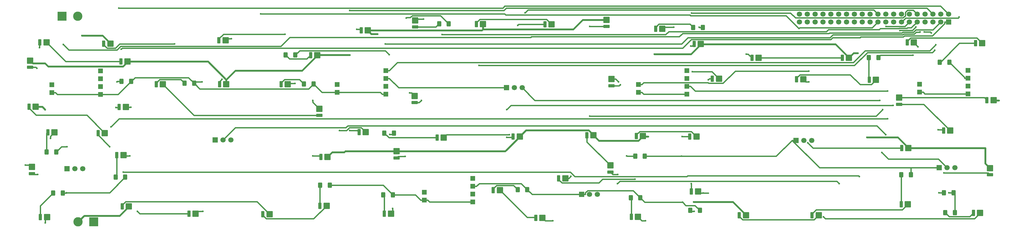
<source format=gbr>
%TF.GenerationSoftware,KiCad,Pcbnew,9.0.2*%
%TF.CreationDate,2025-07-16T22:13:36+02:00*%
%TF.ProjectId,fire,66697265-2e6b-4696-9361-645f70636258,rev?*%
%TF.SameCoordinates,Original*%
%TF.FileFunction,Copper,L1,Top*%
%TF.FilePolarity,Positive*%
%FSLAX46Y46*%
G04 Gerber Fmt 4.6, Leading zero omitted, Abs format (unit mm)*
G04 Created by KiCad (PCBNEW 9.0.2) date 2025-07-16 22:13:36*
%MOMM*%
%LPD*%
G01*
G04 APERTURE LIST*
G04 Aperture macros list*
%AMRoundRect*
0 Rectangle with rounded corners*
0 $1 Rounding radius*
0 $2 $3 $4 $5 $6 $7 $8 $9 X,Y pos of 4 corners*
0 Add a 4 corners polygon primitive as box body*
4,1,4,$2,$3,$4,$5,$6,$7,$8,$9,$2,$3,0*
0 Add four circle primitives for the rounded corners*
1,1,$1+$1,$2,$3*
1,1,$1+$1,$4,$5*
1,1,$1+$1,$6,$7*
1,1,$1+$1,$8,$9*
0 Add four rect primitives between the rounded corners*
20,1,$1+$1,$2,$3,$4,$5,0*
20,1,$1+$1,$4,$5,$6,$7,0*
20,1,$1+$1,$6,$7,$8,$9,0*
20,1,$1+$1,$8,$9,$2,$3,0*%
G04 Aperture macros list end*
%TA.AperFunction,ComponentPad*%
%ADD10R,3.000000X3.000000*%
%TD*%
%TA.AperFunction,ComponentPad*%
%ADD11C,3.000000*%
%TD*%
%TA.AperFunction,ComponentPad*%
%ADD12R,1.500000X1.500000*%
%TD*%
%TA.AperFunction,SMDPad,CuDef*%
%ADD13RoundRect,0.165000X-0.385000X-0.885000X0.385000X-0.885000X0.385000X0.885000X-0.385000X0.885000X0*%
%TD*%
%TA.AperFunction,SMDPad,CuDef*%
%ADD14RoundRect,0.315000X-0.735000X-0.735000X0.735000X-0.735000X0.735000X0.735000X-0.735000X0.735000X0*%
%TD*%
%TA.AperFunction,SMDPad,CuDef*%
%ADD15RoundRect,0.250000X-0.400000X-0.625000X0.400000X-0.625000X0.400000X0.625000X-0.400000X0.625000X0*%
%TD*%
%TA.AperFunction,SMDPad,CuDef*%
%ADD16RoundRect,0.165000X0.885000X-0.385000X0.885000X0.385000X-0.885000X0.385000X-0.885000X-0.385000X0*%
%TD*%
%TA.AperFunction,SMDPad,CuDef*%
%ADD17RoundRect,0.315000X0.735000X-0.735000X0.735000X0.735000X-0.735000X0.735000X-0.735000X-0.735000X0*%
%TD*%
%TA.AperFunction,ComponentPad*%
%ADD18R,1.700000X1.700000*%
%TD*%
%TA.AperFunction,ComponentPad*%
%ADD19C,1.700000*%
%TD*%
%TA.AperFunction,ViaPad*%
%ADD20C,0.600000*%
%TD*%
%TA.AperFunction,Conductor*%
%ADD21C,0.400000*%
%TD*%
%TA.AperFunction,Conductor*%
%ADD22C,0.600000*%
%TD*%
G04 APERTURE END LIST*
D10*
%TO.P,J9,1,Pin_1*%
%TO.N,GND*%
X77515000Y-178300000D03*
D11*
%TO.P,J9,2,Pin_2*%
%TO.N,+12V*%
X72435000Y-178300000D03*
%TD*%
D12*
%TO.P,KR4,1,+5V_TOP_LED*%
%TO.N,Net-(J2-Pin_10)*%
X269350000Y-129325000D03*
%TO.P,KR4,2,GND_TOP_LED*%
%TO.N,GND*%
X269350000Y-131865000D03*
%TO.P,KR4,3,+5V_BOTTOM_LED*%
%TO.N,Net-(J2-Pin_11)*%
X269350000Y-134405000D03*
%TO.P,KR4,4,GND_BOTTOM_LED*%
%TO.N,GND*%
X269350000Y-136945000D03*
%TO.P,KR4,5,SW_IN*%
%TO.N,Net-(J2-Pin_12)*%
X253650000Y-133825000D03*
%TO.P,KR4,6,SW_OUT*%
%TO.N,GND*%
X253650000Y-136365000D03*
%TD*%
D13*
%TO.P,D11,1,K*%
%TO.N,Net-(D11-K)*%
X108275000Y-175650000D03*
D14*
%TO.P,D11,2,A*%
%TO.N,Net-(D10-K)*%
X110425000Y-175650000D03*
%TD*%
D15*
%TO.P,R3,1*%
%TO.N,Net-(D9-K)*%
X64375000Y-168950000D03*
%TO.P,R3,2*%
%TO.N,GND*%
X67475000Y-168950000D03*
%TD*%
D16*
%TO.P,D36,1,K*%
%TO.N,Net-(D36-K)*%
X244575000Y-162175000D03*
D17*
%TO.P,D36,2,A*%
%TO.N,Net-(D35-K)*%
X244575000Y-160025000D03*
%TD*%
D13*
%TO.P,D29,1,K*%
%TO.N,Net-(D29-K)*%
X201250000Y-114275000D03*
D14*
%TO.P,D29,2,A*%
%TO.N,+12V*%
X203400000Y-114275000D03*
%TD*%
D15*
%TO.P,R5,1*%
%TO.N,Net-(D15-K)*%
X150725000Y-166450000D03*
%TO.P,R5,2*%
%TO.N,GND*%
X153825000Y-166450000D03*
%TD*%
D16*
%TO.P,D38,1,K*%
%TO.N,Net-(D38-K)*%
X243375000Y-115050000D03*
D17*
%TO.P,D38,2,A*%
%TO.N,+12V*%
X243375000Y-112900000D03*
%TD*%
D16*
%TO.P,D2,1,K*%
%TO.N,Net-(D2-K)*%
X57475000Y-162675000D03*
D17*
%TO.P,D2,2,A*%
%TO.N,Net-(D1-K)*%
X57475000Y-160525000D03*
%TD*%
D15*
%TO.P,R14,1*%
%TO.N,Net-(D40-K)*%
X251200000Y-170500000D03*
%TO.P,R14,2*%
%TO.N,GND*%
X254300000Y-170500000D03*
%TD*%
D13*
%TO.P,D20,1,K*%
%TO.N,Net-(D20-K)*%
X117985000Y-119500000D03*
D14*
%TO.P,D20,2,A*%
%TO.N,Net-(D19-K)*%
X120135000Y-119500000D03*
%TD*%
D13*
%TO.P,D31,1,K*%
%TO.N,Net-(D31-K)*%
X188525000Y-151050000D03*
D14*
%TO.P,D31,2,A*%
%TO.N,Net-(D30-K)*%
X190675000Y-151050000D03*
%TD*%
D13*
%TO.P,D51,1,K*%
%TO.N,Net-(D51-K)*%
X304825000Y-132150000D03*
D14*
%TO.P,D51,2,A*%
%TO.N,Net-(D50-K)*%
X306975000Y-132150000D03*
%TD*%
D13*
%TO.P,D55,1,K*%
%TO.N,Net-(D55-K)*%
X362025000Y-175450000D03*
D14*
%TO.P,D55,2,A*%
%TO.N,Net-(D54-K)*%
X364175000Y-175450000D03*
%TD*%
D13*
%TO.P,D25,1,K*%
%TO.N,Net-(D25-K)*%
X171500000Y-175650000D03*
D14*
%TO.P,D25,2,A*%
%TO.N,Net-(D24-K)*%
X173650000Y-175650000D03*
%TD*%
D13*
%TO.P,D53,1,K*%
%TO.N,Net-(D53-K)*%
X319625000Y-125225000D03*
D14*
%TO.P,D53,2,A*%
%TO.N,+12V*%
X321775000Y-125225000D03*
%TD*%
D13*
%TO.P,D35,1,K*%
%TO.N,Net-(D35-K)*%
X236975000Y-150300000D03*
D14*
%TO.P,D35,2,A*%
%TO.N,+12V*%
X239125000Y-150300000D03*
%TD*%
D13*
%TO.P,D19,1,K*%
%TO.N,Net-(D19-K)*%
X118210000Y-133750000D03*
D14*
%TO.P,D19,2,A*%
%TO.N,+12V*%
X120360000Y-133750000D03*
%TD*%
D18*
%TO.P,J4,1,Pin_1*%
%TO.N,GND*%
X116735000Y-151800000D03*
D19*
%TO.P,J4,2,Pin_2*%
%TO.N,Net-(J2-Pin_18)*%
X119275000Y-151800000D03*
%TO.P,J4,3,Pin_3*%
%TO.N,Net-(J2-Pin_19)*%
X121815000Y-151800000D03*
%TD*%
D18*
%TO.P,J3,1,Pin_1*%
%TO.N,GND*%
X68860000Y-161100000D03*
D19*
%TO.P,J3,2,Pin_2*%
%TO.N,Net-(J2-Pin_16)*%
X71400000Y-161100000D03*
%TO.P,J3,3,Pin_3*%
%TO.N,Net-(J2-Pin_17)*%
X73940000Y-161100000D03*
%TD*%
D16*
%TO.P,D26,1,K*%
%TO.N,Net-(D26-K)*%
X175450000Y-157600000D03*
D17*
%TO.P,D26,2,A*%
%TO.N,+12V*%
X175450000Y-155450000D03*
%TD*%
D13*
%TO.P,D23,1,K*%
%TO.N,Net-(D23-K)*%
X163975000Y-116350000D03*
D14*
%TO.P,D23,2,A*%
%TO.N,+12V*%
X166125000Y-116350000D03*
%TD*%
D13*
%TO.P,D57,1,K*%
%TO.N,Net-(D57-K)*%
X340625000Y-120225000D03*
D14*
%TO.P,D57,2,A*%
%TO.N,Net-(D56-K)*%
X342775000Y-120225000D03*
%TD*%
D13*
%TO.P,D8,1,K*%
%TO.N,Net-(D8-K)*%
X60075000Y-120175000D03*
D14*
%TO.P,D8,2,A*%
%TO.N,Net-(D7-K)*%
X62225000Y-120175000D03*
%TD*%
D16*
%TO.P,D1,1,K*%
%TO.N,Net-(D1-K)*%
X56925000Y-128275000D03*
D17*
%TO.P,D1,2,A*%
%TO.N,+12V*%
X56925000Y-126125000D03*
%TD*%
D13*
%TO.P,D15,1,K*%
%TO.N,Net-(D15-K)*%
X150650000Y-173125000D03*
D14*
%TO.P,D15,2,A*%
%TO.N,Net-(D14-K)*%
X152800000Y-173125000D03*
%TD*%
D15*
%TO.P,R10,1*%
%TO.N,Net-(D28-K)*%
X189200000Y-114200000D03*
%TO.P,R10,2*%
%TO.N,GND*%
X192300000Y-114200000D03*
%TD*%
D13*
%TO.P,D30,1,K*%
%TO.N,Net-(D30-K)*%
X223450000Y-114400000D03*
D14*
%TO.P,D30,2,A*%
%TO.N,Net-(D29-K)*%
X225600000Y-114400000D03*
%TD*%
D13*
%TO.P,D34,1,K*%
%TO.N,Net-(D34-K)*%
X206700000Y-168000000D03*
D14*
%TO.P,D34,2,A*%
%TO.N,Net-(D33-K)*%
X208850000Y-168000000D03*
%TD*%
D13*
%TO.P,D39,1,K*%
%TO.N,Net-(D39-K)*%
X227875000Y-164225000D03*
D14*
%TO.P,D39,2,A*%
%TO.N,Net-(D38-K)*%
X230025000Y-164225000D03*
%TD*%
D13*
%TO.P,D40,1,K*%
%TO.N,Net-(D40-K)*%
X251375000Y-176700000D03*
D14*
%TO.P,D40,2,A*%
%TO.N,Net-(D39-K)*%
X253525000Y-176700000D03*
%TD*%
D18*
%TO.P,J5,1,Pin_1*%
%TO.N,GND*%
X210985000Y-134875000D03*
D19*
%TO.P,J5,2,Pin_2*%
%TO.N,Net-(J2-Pin_20)*%
X213525000Y-134875000D03*
%TO.P,J5,3,Pin_3*%
%TO.N,Net-(J2-Pin_21)*%
X216065000Y-134875000D03*
%TD*%
D15*
%TO.P,R13,1*%
%TO.N,Net-(D37-K)*%
X252625000Y-157075000D03*
%TO.P,R13,2*%
%TO.N,GND*%
X255725000Y-157075000D03*
%TD*%
%TO.P,R20,1*%
%TO.N,Net-(D58-K)*%
X351150000Y-126625000D03*
%TO.P,R20,2*%
%TO.N,GND*%
X354250000Y-126625000D03*
%TD*%
%TO.P,R15,1*%
%TO.N,Net-(D43-K)*%
X271400000Y-115375000D03*
%TO.P,R15,2*%
%TO.N,GND*%
X274500000Y-115375000D03*
%TD*%
D13*
%TO.P,D49,1,K*%
%TO.N,Net-(D49-K)*%
X338675000Y-172600000D03*
D14*
%TO.P,D49,2,A*%
%TO.N,Net-(D48-K)*%
X340825000Y-172600000D03*
%TD*%
D13*
%TO.P,D48,1,K*%
%TO.N,Net-(D48-K)*%
X309825000Y-176150000D03*
D14*
%TO.P,D48,2,A*%
%TO.N,Net-(D47-K)*%
X311975000Y-176150000D03*
%TD*%
D13*
%TO.P,D52,1,K*%
%TO.N,Net-(D52-K)*%
X328350000Y-132350000D03*
D14*
%TO.P,D52,2,A*%
%TO.N,Net-(D51-K)*%
X330500000Y-132350000D03*
%TD*%
D15*
%TO.P,R9,1*%
%TO.N,Net-(D25-K)*%
X171150000Y-169550000D03*
%TO.P,R9,2*%
%TO.N,GND*%
X174250000Y-169550000D03*
%TD*%
D16*
%TO.P,D56,1,K*%
%TO.N,Net-(D56-K)*%
X367375000Y-163075000D03*
D17*
%TO.P,D56,2,A*%
%TO.N,+12V*%
X367375000Y-160925000D03*
%TD*%
D13*
%TO.P,D16,1,K*%
%TO.N,Net-(D16-K)*%
X150975000Y-157275000D03*
D14*
%TO.P,D16,2,A*%
%TO.N,+12V*%
X153125000Y-157275000D03*
%TD*%
D13*
%TO.P,D42,1,K*%
%TO.N,Net-(D42-K)*%
X270275000Y-150700000D03*
D14*
%TO.P,D42,2,A*%
%TO.N,Net-(D41-K)*%
X272425000Y-150700000D03*
%TD*%
D12*
%TO.P,KR1,1,+5V_TOP_LED*%
%TO.N,Net-(J2-Pin_1)*%
X79650000Y-129425000D03*
%TO.P,KR1,2,GND_TOP_LED*%
%TO.N,GND*%
X79650000Y-131965000D03*
%TO.P,KR1,3,+5V_BOTTOM_LED*%
%TO.N,Net-(J2-Pin_2)*%
X79650000Y-134505000D03*
%TO.P,KR1,4,GND_BOTTOM_LED*%
%TO.N,GND*%
X79650000Y-137045000D03*
%TO.P,KR1,5,SW_IN*%
%TO.N,Net-(J2-Pin_3)*%
X63950000Y-133925000D03*
%TO.P,KR1,6,SW_OUT*%
%TO.N,GND*%
X63950000Y-136465000D03*
%TD*%
D15*
%TO.P,R4,1*%
%TO.N,Net-(D12-K)*%
X84575000Y-163850000D03*
%TO.P,R4,2*%
%TO.N,GND*%
X87675000Y-163850000D03*
%TD*%
D13*
%TO.P,D7,1,K*%
%TO.N,Net-(D7-K)*%
X86285000Y-126400000D03*
D14*
%TO.P,D7,2,A*%
%TO.N,+12V*%
X88435000Y-126400000D03*
%TD*%
D16*
%TO.P,D27,1,K*%
%TO.N,Net-(D27-K)*%
X181300000Y-139700000D03*
D17*
%TO.P,D27,2,A*%
%TO.N,Net-(D26-K)*%
X181300000Y-137550000D03*
%TD*%
D13*
%TO.P,D6,1,K*%
%TO.N,Net-(D6-K)*%
X85710000Y-141125000D03*
D14*
%TO.P,D6,2,A*%
%TO.N,Net-(D5-K)*%
X87860000Y-141125000D03*
%TD*%
D13*
%TO.P,D21,1,K*%
%TO.N,Net-(D21-K)*%
X138085000Y-133750000D03*
D14*
%TO.P,D21,2,A*%
%TO.N,Net-(D20-K)*%
X140235000Y-133750000D03*
%TD*%
D15*
%TO.P,R7,1*%
%TO.N,Net-(D21-K)*%
X145500000Y-133675000D03*
%TO.P,R7,2*%
%TO.N,GND*%
X148600000Y-133675000D03*
%TD*%
D13*
%TO.P,D43,1,K*%
%TO.N,Net-(D43-K)*%
X259225000Y-115775000D03*
D14*
%TO.P,D43,2,A*%
%TO.N,Net-(D42-K)*%
X261375000Y-115775000D03*
%TD*%
D13*
%TO.P,D58,1,K*%
%TO.N,Net-(D58-K)*%
X362725000Y-120475000D03*
D14*
%TO.P,D58,2,A*%
%TO.N,Net-(D57-K)*%
X364875000Y-120475000D03*
%TD*%
D13*
%TO.P,D54,1,K*%
%TO.N,Net-(D54-K)*%
X290400000Y-125225000D03*
D14*
%TO.P,D54,2,A*%
%TO.N,Net-(D53-K)*%
X292550000Y-125225000D03*
%TD*%
D12*
%TO.P,KR5,1,+5V_TOP_LED*%
%TO.N,Net-(J2-Pin_13)*%
X360300000Y-129255000D03*
%TO.P,KR5,2,GND_TOP_LED*%
%TO.N,GND*%
X360300000Y-131795000D03*
%TO.P,KR5,3,+5V_BOTTOM_LED*%
%TO.N,Net-(J2-Pin_14)*%
X360300000Y-134335000D03*
%TO.P,KR5,4,GND_BOTTOM_LED*%
%TO.N,GND*%
X360300000Y-136875000D03*
%TO.P,KR5,5,SW_IN*%
%TO.N,Net-(J2-Pin_15)*%
X344600000Y-133755000D03*
%TO.P,KR5,6,SW_OUT*%
%TO.N,GND*%
X344600000Y-136295000D03*
%TD*%
D13*
%TO.P,D12,1,K*%
%TO.N,Net-(D12-K)*%
X84950000Y-156725000D03*
D14*
%TO.P,D12,2,A*%
%TO.N,Net-(D11-K)*%
X87100000Y-156725000D03*
%TD*%
D18*
%TO.P,J6,1,Pin_1*%
%TO.N,GND*%
X235260000Y-169425000D03*
D19*
%TO.P,J6,2,Pin_2*%
%TO.N,Net-(J2-Pin_22)*%
X237800000Y-169425000D03*
%TO.P,J6,3,Pin_3*%
%TO.N,Net-(J2-Pin_23)*%
X240340000Y-169425000D03*
%TD*%
D18*
%TO.P,J7,1,Pin_1*%
%TO.N,GND*%
X304635000Y-151925000D03*
D19*
%TO.P,J7,2,Pin_2*%
%TO.N,Net-(J2-Pin_24)*%
X307175000Y-151925000D03*
%TO.P,J7,3,Pin_3*%
%TO.N,Net-(J2-Pin_25)*%
X309715000Y-151925000D03*
%TD*%
D15*
%TO.P,R12,1*%
%TO.N,Net-(D34-K)*%
X214625000Y-167875000D03*
%TO.P,R12,2*%
%TO.N,GND*%
X217725000Y-167875000D03*
%TD*%
%TO.P,R2,1*%
%TO.N,Net-(D6-K)*%
X86475000Y-132850000D03*
%TO.P,R2,2*%
%TO.N,GND*%
X89575000Y-132850000D03*
%TD*%
D16*
%TO.P,D60,1,K*%
%TO.N,Net-(D60-K)*%
X337975000Y-140250000D03*
D17*
%TO.P,D60,2,A*%
%TO.N,Net-(D59-K)*%
X337975000Y-138100000D03*
%TD*%
D13*
%TO.P,D32,1,K*%
%TO.N,Net-(D32-K)*%
X213125000Y-150650000D03*
D14*
%TO.P,D32,2,A*%
%TO.N,+12V*%
X215275000Y-150650000D03*
%TD*%
D13*
%TO.P,D50,1,K*%
%TO.N,Net-(D50-K)*%
X338850000Y-154425000D03*
D14*
%TO.P,D50,2,A*%
%TO.N,+12V*%
X341000000Y-154425000D03*
%TD*%
D13*
%TO.P,D47,1,K*%
%TO.N,Net-(D47-K)*%
X286300000Y-176150000D03*
D14*
%TO.P,D47,2,A*%
%TO.N,+12V*%
X288450000Y-176150000D03*
%TD*%
D13*
%TO.P,D5,1,K*%
%TO.N,Net-(D5-K)*%
X78925000Y-149575000D03*
D14*
%TO.P,D5,2,A*%
%TO.N,Net-(D4-K)*%
X81075000Y-149575000D03*
%TD*%
D13*
%TO.P,D4,1,K*%
%TO.N,Net-(D4-K)*%
X56560000Y-141075000D03*
D14*
%TO.P,D4,2,A*%
%TO.N,+12V*%
X58710000Y-141075000D03*
%TD*%
D15*
%TO.P,R8,1*%
%TO.N,Net-(D22-K)*%
X139550000Y-124300000D03*
%TO.P,R8,2*%
%TO.N,GND*%
X142650000Y-124300000D03*
%TD*%
D12*
%TO.P,KR2,1,+5V_TOP_LED*%
%TO.N,Net-(J2-Pin_4)*%
X171925000Y-129325000D03*
%TO.P,KR2,2,GND_TOP_LED*%
%TO.N,GND*%
X171925000Y-131865000D03*
%TO.P,KR2,3,+5V_BOTTOM_LED*%
%TO.N,Net-(J2-Pin_5)*%
X171925000Y-134405000D03*
%TO.P,KR2,4,GND_BOTTOM_LED*%
%TO.N,GND*%
X171925000Y-136945000D03*
%TO.P,KR2,5,SW_IN*%
%TO.N,Net-(J2-Pin_6)*%
X156225000Y-133825000D03*
%TO.P,KR2,6,SW_OUT*%
%TO.N,GND*%
X156225000Y-136365000D03*
%TD*%
D18*
%TO.P,J8,1,Pin_1*%
%TO.N,GND*%
X350960000Y-160800000D03*
D19*
%TO.P,J8,2,Pin_2*%
%TO.N,Net-(J2-Pin_26)*%
X353500000Y-160800000D03*
%TO.P,J8,3,Pin_3*%
%TO.N,Net-(J2-Pin_27)*%
X356040000Y-160800000D03*
%TD*%
D15*
%TO.P,R11,1*%
%TO.N,Net-(D31-K)*%
X171500000Y-149600000D03*
%TO.P,R11,2*%
%TO.N,GND*%
X174600000Y-149600000D03*
%TD*%
D16*
%TO.P,D37,1,K*%
%TO.N,Net-(D37-K)*%
X244950000Y-134250000D03*
D17*
%TO.P,D37,2,A*%
%TO.N,Net-(D36-K)*%
X244950000Y-132100000D03*
%TD*%
D15*
%TO.P,R21,1*%
%TO.N,Net-(D61-K)*%
X352500000Y-168900000D03*
%TO.P,R21,2*%
%TO.N,GND*%
X355600000Y-168900000D03*
%TD*%
%TO.P,R16,1*%
%TO.N,Net-(D46-K)*%
X270450000Y-174600000D03*
%TO.P,R16,2*%
%TO.N,GND*%
X273550000Y-174600000D03*
%TD*%
%TO.P,R19,1*%
%TO.N,Net-(D55-K)*%
X352925000Y-175300000D03*
%TO.P,R19,2*%
%TO.N,GND*%
X356025000Y-175300000D03*
%TD*%
D13*
%TO.P,D9,1,K*%
%TO.N,Net-(D9-K)*%
X60235000Y-176775000D03*
D14*
%TO.P,D9,2,A*%
%TO.N,Net-(D8-K)*%
X62385000Y-176775000D03*
%TD*%
D13*
%TO.P,D3,1,K*%
%TO.N,Net-(D3-K)*%
X62635000Y-149300000D03*
D14*
%TO.P,D3,2,A*%
%TO.N,Net-(D2-K)*%
X64785000Y-149300000D03*
%TD*%
D13*
%TO.P,D46,1,K*%
%TO.N,Net-(D46-K)*%
X270800000Y-168500000D03*
D14*
%TO.P,D46,2,A*%
%TO.N,Net-(D45-K)*%
X272950000Y-168500000D03*
%TD*%
D13*
%TO.P,D18,1,K*%
%TO.N,Net-(D18-K)*%
X97675000Y-133750000D03*
D14*
%TO.P,D18,2,A*%
%TO.N,Net-(D17-K)*%
X99825000Y-133750000D03*
%TD*%
D13*
%TO.P,D44,1,K*%
%TO.N,Net-(D44-K)*%
X271700000Y-120750000D03*
D14*
%TO.P,D44,2,A*%
%TO.N,+12V*%
X273850000Y-120750000D03*
%TD*%
D13*
%TO.P,D10,1,K*%
%TO.N,Net-(D10-K)*%
X80735000Y-120600000D03*
D14*
%TO.P,D10,2,A*%
%TO.N,+12V*%
X82885000Y-120600000D03*
%TD*%
D16*
%TO.P,D28,1,K*%
%TO.N,Net-(D28-K)*%
X181475000Y-115225000D03*
D17*
%TO.P,D28,2,A*%
%TO.N,Net-(D27-K)*%
X181475000Y-113075000D03*
%TD*%
D13*
%TO.P,D33,1,K*%
%TO.N,Net-(D33-K)*%
X220485000Y-177025000D03*
D14*
%TO.P,D33,2,A*%
%TO.N,Net-(D32-K)*%
X222635000Y-177025000D03*
%TD*%
D13*
%TO.P,D41,1,K*%
%TO.N,Net-(D41-K)*%
X253000000Y-150500000D03*
D14*
%TO.P,D41,2,A*%
%TO.N,+12V*%
X255150000Y-150500000D03*
%TD*%
D12*
%TO.P,KR3,1,+5V_TOP_LED*%
%TO.N,Net-(J2-Pin_7)*%
X200100000Y-164250000D03*
%TO.P,KR3,2,GND_TOP_LED*%
%TO.N,GND*%
X200100000Y-166790000D03*
%TO.P,KR3,3,+5V_BOTTOM_LED*%
%TO.N,Net-(J2-Pin_8)*%
X200100000Y-169330000D03*
%TO.P,KR3,4,GND_BOTTOM_LED*%
%TO.N,GND*%
X200100000Y-171870000D03*
%TO.P,KR3,5,SW_IN*%
%TO.N,Net-(J2-Pin_9)*%
X184400000Y-168750000D03*
%TO.P,KR3,6,SW_OUT*%
%TO.N,GND*%
X184400000Y-171290000D03*
%TD*%
D15*
%TO.P,R17,1*%
%TO.N,Net-(D49-K)*%
X338675000Y-163025000D03*
%TO.P,R17,2*%
%TO.N,GND*%
X341775000Y-163025000D03*
%TD*%
%TO.P,R18,1*%
%TO.N,Net-(D52-K)*%
X328175000Y-125075000D03*
%TO.P,R18,2*%
%TO.N,GND*%
X331275000Y-125075000D03*
%TD*%
D13*
%TO.P,D24,1,K*%
%TO.N,Net-(D24-K)*%
X163325000Y-149275000D03*
D14*
%TO.P,D24,2,A*%
%TO.N,Net-(D23-K)*%
X165475000Y-149275000D03*
%TD*%
D13*
%TO.P,D22,1,K*%
%TO.N,Net-(D22-K)*%
X147650000Y-124350000D03*
D14*
%TO.P,D22,2,A*%
%TO.N,+12V*%
X149800000Y-124350000D03*
%TD*%
D16*
%TO.P,D17,1,K*%
%TO.N,Net-(D17-K)*%
X150500000Y-143850000D03*
D17*
%TO.P,D17,2,A*%
%TO.N,Net-(D16-K)*%
X150500000Y-141700000D03*
%TD*%
D15*
%TO.P,R1,1*%
%TO.N,Net-(D3-K)*%
X62250000Y-155650000D03*
%TO.P,R1,2*%
%TO.N,GND*%
X65350000Y-155650000D03*
%TD*%
%TO.P,R6,1*%
%TO.N,Net-(D18-K)*%
X106900000Y-133450000D03*
%TO.P,R6,2*%
%TO.N,GND*%
X110000000Y-133450000D03*
%TD*%
D13*
%TO.P,D14,1,K*%
%TO.N,Net-(D14-K)*%
X132200000Y-175825000D03*
D14*
%TO.P,D14,2,A*%
%TO.N,Net-(D13-K)*%
X134350000Y-175825000D03*
%TD*%
D13*
%TO.P,D13,1,K*%
%TO.N,Net-(D13-K)*%
X86675000Y-173275000D03*
D14*
%TO.P,D13,2,A*%
%TO.N,+12V*%
X88825000Y-173275000D03*
%TD*%
D13*
%TO.P,D61,1,K*%
%TO.N,Net-(D61-K)*%
X352350000Y-148775000D03*
D14*
%TO.P,D61,2,A*%
%TO.N,Net-(D60-K)*%
X354500000Y-148775000D03*
%TD*%
D13*
%TO.P,D59,1,K*%
%TO.N,Net-(D59-K)*%
X366385000Y-138875000D03*
D14*
%TO.P,D59,2,A*%
%TO.N,+12V*%
X368535000Y-138875000D03*
%TD*%
D13*
%TO.P,D45,1,K*%
%TO.N,Net-(D45-K)*%
X277575000Y-131975000D03*
D14*
%TO.P,D45,2,A*%
%TO.N,Net-(D44-K)*%
X279725000Y-131975000D03*
%TD*%
D10*
%TO.P,J1,1,Pin_1*%
%TO.N,GND*%
X67235000Y-111700000D03*
D11*
%TO.P,J1,2,Pin_2*%
%TO.N,+12V*%
X72315000Y-111700000D03*
%TD*%
D18*
%TO.P,J2,1,Pin_1*%
%TO.N,Net-(J2-Pin_1)*%
X353970000Y-113575000D03*
D19*
%TO.P,J2,2,Pin_2*%
%TO.N,Net-(J2-Pin_2)*%
X353970000Y-111035000D03*
%TO.P,J2,3,Pin_3*%
%TO.N,Net-(J2-Pin_3)*%
X351430000Y-113575000D03*
%TO.P,J2,4,Pin_4*%
%TO.N,Net-(J2-Pin_4)*%
X351430000Y-111035000D03*
%TO.P,J2,5,Pin_5*%
%TO.N,Net-(J2-Pin_5)*%
X348890000Y-113575000D03*
%TO.P,J2,6,Pin_6*%
%TO.N,Net-(J2-Pin_6)*%
X348890000Y-111035000D03*
%TO.P,J2,7,Pin_7*%
%TO.N,Net-(J2-Pin_7)*%
X346350000Y-113575000D03*
%TO.P,J2,8,Pin_8*%
%TO.N,Net-(J2-Pin_8)*%
X346350000Y-111035000D03*
%TO.P,J2,9,Pin_9*%
%TO.N,Net-(J2-Pin_9)*%
X343810000Y-113575000D03*
%TO.P,J2,10,Pin_10*%
%TO.N,Net-(J2-Pin_10)*%
X343810000Y-111035000D03*
%TO.P,J2,11,Pin_11*%
%TO.N,Net-(J2-Pin_11)*%
X341270000Y-113575000D03*
%TO.P,J2,12,Pin_12*%
%TO.N,Net-(J2-Pin_12)*%
X341270000Y-111035000D03*
%TO.P,J2,13,Pin_13*%
%TO.N,Net-(J2-Pin_13)*%
X338730000Y-113575000D03*
%TO.P,J2,14,Pin_14*%
%TO.N,Net-(J2-Pin_14)*%
X338730000Y-111035000D03*
%TO.P,J2,15,Pin_15*%
%TO.N,Net-(J2-Pin_15)*%
X336190000Y-113575000D03*
%TO.P,J2,16,Pin_16*%
%TO.N,Net-(J2-Pin_16)*%
X336190000Y-111035000D03*
%TO.P,J2,17,Pin_17*%
%TO.N,Net-(J2-Pin_17)*%
X333650000Y-113575000D03*
%TO.P,J2,18,Pin_18*%
%TO.N,Net-(J2-Pin_18)*%
X333650000Y-111035000D03*
%TO.P,J2,19,Pin_19*%
%TO.N,Net-(J2-Pin_19)*%
X331110000Y-113575000D03*
%TO.P,J2,20,Pin_20*%
%TO.N,Net-(J2-Pin_20)*%
X331110000Y-111035000D03*
%TO.P,J2,21,Pin_21*%
%TO.N,Net-(J2-Pin_21)*%
X328570000Y-113575000D03*
%TO.P,J2,22,Pin_22*%
%TO.N,Net-(J2-Pin_22)*%
X328570000Y-111035000D03*
%TO.P,J2,23,Pin_23*%
%TO.N,Net-(J2-Pin_23)*%
X326030000Y-113575000D03*
%TO.P,J2,24,Pin_24*%
%TO.N,Net-(J2-Pin_24)*%
X326030000Y-111035000D03*
%TO.P,J2,25,Pin_25*%
%TO.N,Net-(J2-Pin_25)*%
X323490000Y-113575000D03*
%TO.P,J2,26,Pin_26*%
%TO.N,Net-(J2-Pin_26)*%
X323490000Y-111035000D03*
%TO.P,J2,27,Pin_27*%
%TO.N,Net-(J2-Pin_27)*%
X320950000Y-113575000D03*
%TO.P,J2,28,Pin_28*%
%TO.N,unconnected-(J2-Pin_28-Pad28)*%
X320950000Y-111035000D03*
%TO.P,J2,29,Pin_29*%
%TO.N,unconnected-(J2-Pin_29-Pad29)*%
X318410000Y-113575000D03*
%TO.P,J2,30,Pin_30*%
%TO.N,unconnected-(J2-Pin_30-Pad30)*%
X318410000Y-111035000D03*
%TO.P,J2,31,Pin_31*%
%TO.N,unconnected-(J2-Pin_31-Pad31)*%
X315870000Y-113575000D03*
%TO.P,J2,32,Pin_32*%
%TO.N,unconnected-(J2-Pin_32-Pad32)*%
X315870000Y-111035000D03*
%TO.P,J2,33,Pin_33*%
%TO.N,unconnected-(J2-Pin_33-Pad33)*%
X313330000Y-113575000D03*
%TO.P,J2,34,Pin_34*%
%TO.N,unconnected-(J2-Pin_34-Pad34)*%
X313330000Y-111035000D03*
%TO.P,J2,35,Pin_35*%
%TO.N,unconnected-(J2-Pin_35-Pad35)*%
X310790000Y-113575000D03*
%TO.P,J2,36,Pin_36*%
%TO.N,unconnected-(J2-Pin_36-Pad36)*%
X310790000Y-111035000D03*
%TO.P,J2,37,Pin_37*%
%TO.N,unconnected-(J2-Pin_37-Pad37)*%
X308250000Y-113575000D03*
%TO.P,J2,38,Pin_38*%
%TO.N,unconnected-(J2-Pin_38-Pad38)*%
X308250000Y-111035000D03*
%TO.P,J2,39,Pin_39*%
%TO.N,unconnected-(J2-Pin_39-Pad39)*%
X305710000Y-113575000D03*
%TO.P,J2,40,Pin_40*%
%TO.N,unconnected-(J2-Pin_40-Pad40)*%
X305710000Y-111035000D03*
%TD*%
D20*
%TO.N,Net-(D61-K)*%
X350637300Y-148457900D03*
X350894500Y-168922500D03*
%TO.N,Net-(D56-K)*%
X344100800Y-121605900D03*
X352507800Y-162445600D03*
%TO.N,Net-(D54-K)*%
X288539100Y-123997500D03*
X313564700Y-176709600D03*
%TO.N,Net-(D50-K)*%
X308409000Y-152690900D03*
X308822700Y-132982500D03*
%TO.N,Net-(D46-K)*%
X270800400Y-165927500D03*
X271670900Y-174938900D03*
%TO.N,Net-(D45-K)*%
X274640600Y-168974900D03*
X276316800Y-132305700D03*
%TO.N,Net-(D44-K)*%
X271121200Y-129726900D03*
X270585500Y-121412500D03*
%TO.N,Net-(D42-K)*%
X267814000Y-150719200D03*
X265090900Y-115275800D03*
%TO.N,Net-(D39-K)*%
X252541200Y-164479000D03*
X255968900Y-177907500D03*
%TO.N,Net-(D38-K)*%
X231816500Y-163589300D03*
X237950000Y-115012500D03*
%TO.N,Net-(D37-K)*%
X249895600Y-156942500D03*
X247808200Y-133881200D03*
%TO.N,Net-(D36-K)*%
X247201800Y-132982500D03*
X247014000Y-162932500D03*
%TO.N,Net-(D32-K)*%
X211072400Y-150952500D03*
X226004400Y-177907500D03*
%TO.N,Net-(D30-K)*%
X211893700Y-150091200D03*
X214616500Y-114716800D03*
%TO.N,Net-(D27-K)*%
X183450800Y-138972500D03*
X184194800Y-112652700D03*
%TO.N,Net-(D26-K)*%
X179689600Y-136575900D03*
X178222000Y-157095000D03*
%TO.N,Net-(D24-K)*%
X174125800Y-174006900D03*
X160303600Y-148730100D03*
%TO.N,Net-(D23-K)*%
X162610600Y-115954800D03*
X157006700Y-148730100D03*
%TO.N,Net-(D20-K)*%
X139398800Y-117569400D03*
X142582300Y-133461300D03*
%TO.N,Net-(D19-K)*%
X118998300Y-132128600D03*
X122042900Y-119035900D03*
%TO.N,Net-(D16-K)*%
X148358000Y-138972500D03*
X148358000Y-156942500D03*
%TO.N,Net-(D11-K)*%
X91616400Y-174912500D03*
X89137200Y-156942500D03*
%TO.N,Net-(D10-K)*%
X103613400Y-120750400D03*
X112745300Y-174912500D03*
%TO.N,Net-(D8-K)*%
X59940300Y-121862800D03*
X61840300Y-178615600D03*
%TO.N,Net-(D6-K)*%
X84987200Y-132982500D03*
X84654900Y-141322800D03*
%TO.N,Net-(D5-K)*%
X82657200Y-153947500D03*
X89517200Y-141227100D03*
%TO.N,Net-(D2-K)*%
X63497800Y-151312700D03*
X59392400Y-163003100D03*
%TO.N,Net-(D1-K)*%
X59108900Y-128617800D03*
X55355100Y-159937500D03*
%TO.N,Net-(J2-Pin_16)*%
X87080400Y-162221700D03*
X325111600Y-163647900D03*
%TO.N,Net-(J2-Pin_8)*%
X211072400Y-141967500D03*
X336058100Y-140635300D03*
X338231800Y-116360100D03*
X343416500Y-115237900D03*
%TO.N,Net-(J2-Pin_4)*%
X349821000Y-121001400D03*
%TO.N,Net-(J2-Pin_13)*%
X357406000Y-112017500D03*
%TO.N,Net-(J2-Pin_11)*%
X333799400Y-115003600D03*
X334290100Y-135977500D03*
%TO.N,Net-(J2-Pin_22)*%
X237950000Y-144113700D03*
X332685900Y-141967500D03*
%TO.N,Net-(J2-Pin_7)*%
X346139900Y-116826800D03*
X348378700Y-117122300D03*
X349499800Y-122715500D03*
X202113200Y-127691100D03*
%TO.N,Net-(J2-Pin_18)*%
X333660200Y-150053700D03*
%TO.N,Net-(J2-Pin_1)*%
X86361000Y-122377700D03*
%TO.N,Net-(J2-Pin_20)*%
X217045200Y-110640800D03*
%TO.N,Net-(J2-Pin_2)*%
X85643600Y-109077500D03*
%TO.N,Net-(J2-Pin_23)*%
X246909200Y-165936500D03*
X318582800Y-165927500D03*
%TO.N,Net-(J2-Pin_26)*%
X332400400Y-155823800D03*
%TO.N,Net-(J2-Pin_21)*%
X331763100Y-138972500D03*
%TO.N,Net-(J2-Pin_9)*%
X190167600Y-117689100D03*
%TO.N,Net-(J2-Pin_12)*%
X308822700Y-129479800D03*
%TO.N,Net-(J2-Pin_3)*%
X67673800Y-120861600D03*
%TO.N,Net-(J2-Pin_10)*%
X270889300Y-110742300D03*
%TO.N,Net-(J2-Pin_6)*%
X160303600Y-109898700D03*
%TO.N,Net-(J2-Pin_5)*%
X344782900Y-116826800D03*
X171816400Y-120679400D03*
%TO.N,Net-(J2-Pin_17)*%
X83066300Y-147563900D03*
X334290100Y-144962500D03*
%TO.N,Net-(J2-Pin_19)*%
X131504000Y-110961700D03*
%TO.N,+12V*%
X73698000Y-118007500D03*
X61752400Y-141967500D03*
X61752400Y-126992500D03*
X256781400Y-150719200D03*
X365887700Y-154425000D03*
X370215500Y-138972500D03*
X271558800Y-171830500D03*
X327542000Y-150952500D03*
X324580800Y-123708900D03*
X160303600Y-124284000D03*
X158489300Y-155770400D03*
X72972400Y-127996600D03*
X169262800Y-117462400D03*
X258854800Y-123997500D03*
%TO.N,GND*%
X354050000Y-168922500D03*
X267681500Y-157075000D03*
X112521200Y-132982500D03*
X178568600Y-112306100D03*
X173246200Y-150011100D03*
X68860000Y-153947500D03*
X267937500Y-171917500D03*
X68672200Y-168922500D03*
X173076700Y-124171500D03*
X342474000Y-124342700D03*
X273338200Y-115286000D03*
%TD*%
D21*
%TO.N,Net-(D61-K)*%
X352032900Y-148457900D02*
X352350000Y-148775000D01*
X350637300Y-148457900D02*
X352032900Y-148457900D01*
X352477500Y-168922500D02*
X352500000Y-168900000D01*
X350894500Y-168922500D02*
X352477500Y-168922500D01*
%TO.N,Net-(D60-K)*%
X345975000Y-140250000D02*
X337975000Y-140250000D01*
X354500000Y-148775000D02*
X345975000Y-140250000D01*
%TO.N,Net-(D59-K)*%
X365610000Y-138100000D02*
X366385000Y-138875000D01*
X337975000Y-138100000D02*
X365610000Y-138100000D01*
%TO.N,Net-(D58-K)*%
X357493100Y-120475000D02*
X362725000Y-120475000D01*
X351343100Y-126625000D02*
X357493100Y-120475000D01*
X351150000Y-126625000D02*
X351343100Y-126625000D01*
%TO.N,Net-(D57-K)*%
X363149500Y-118749500D02*
X364875000Y-120475000D01*
X341753800Y-118749500D02*
X363149500Y-118749500D01*
X340625000Y-119878300D02*
X341753800Y-118749500D01*
X340625000Y-120225000D02*
X340625000Y-119878300D01*
%TO.N,Net-(D56-K)*%
X366745600Y-162445600D02*
X367375000Y-163075000D01*
X352507800Y-162445600D02*
X366745600Y-162445600D01*
X342775000Y-120280100D02*
X342775000Y-120225000D01*
X344100800Y-121605900D02*
X342775000Y-120280100D01*
%TO.N,Net-(D55-K)*%
X354207100Y-176582100D02*
X352925000Y-175300000D01*
X360892900Y-176582100D02*
X354207100Y-176582100D01*
X362025000Y-175450000D02*
X360892900Y-176582100D01*
%TO.N,Net-(D54-K)*%
X362391700Y-177233300D02*
X364175000Y-175450000D01*
X314088400Y-177233300D02*
X362391700Y-177233300D01*
X313564700Y-176709600D02*
X314088400Y-177233300D01*
X289172500Y-123997500D02*
X290400000Y-125225000D01*
X288539100Y-123997500D02*
X289172500Y-123997500D01*
%TO.N,Net-(D53-K)*%
X292550000Y-125225000D02*
X319625000Y-125225000D01*
%TO.N,Net-(D52-K)*%
X328175000Y-132175000D02*
X328175000Y-125075000D01*
X328350000Y-132350000D02*
X328175000Y-132175000D01*
%TO.N,Net-(D51-K)*%
X328984400Y-133865600D02*
X330500000Y-132350000D01*
X325346900Y-133865600D02*
X328984400Y-133865600D01*
X322151000Y-130669700D02*
X325346900Y-133865600D01*
X305905100Y-130669700D02*
X322151000Y-130669700D01*
X304825000Y-131749800D02*
X305905100Y-130669700D01*
X304825000Y-132150000D02*
X304825000Y-131749800D01*
%TO.N,Net-(D50-K)*%
X310143100Y-154425000D02*
X308409000Y-152690900D01*
X338850000Y-154425000D02*
X310143100Y-154425000D01*
X307807500Y-132982500D02*
X306975000Y-132150000D01*
X308822700Y-132982500D02*
X307807500Y-132982500D01*
%TO.N,Net-(D49-K)*%
X338675000Y-163025000D02*
X338675000Y-172600000D01*
%TO.N,Net-(D48-K)*%
X339032300Y-174392700D02*
X340825000Y-172600000D01*
X311177100Y-174392700D02*
X339032300Y-174392700D01*
X309825000Y-175744800D02*
X311177100Y-174392700D01*
X309825000Y-176150000D02*
X309825000Y-175744800D01*
%TO.N,Net-(D47-K)*%
X286300000Y-176535200D02*
X286300000Y-176150000D01*
X287394900Y-177630100D02*
X286300000Y-176535200D01*
X310494900Y-177630100D02*
X287394900Y-177630100D01*
X311975000Y-176150000D02*
X310494900Y-177630100D01*
%TO.N,Net-(D46-K)*%
X270800400Y-168499600D02*
X270800400Y-165927500D01*
X270800000Y-168500000D02*
X270800400Y-168499600D01*
X270788900Y-174938900D02*
X270450000Y-174600000D01*
X271670900Y-174938900D02*
X270788900Y-174938900D01*
%TO.N,Net-(D45-K)*%
X273424900Y-168974900D02*
X272950000Y-168500000D01*
X274640600Y-168974900D02*
X273424900Y-168974900D01*
X276647500Y-131975000D02*
X276316800Y-132305700D01*
X277575000Y-131975000D02*
X276647500Y-131975000D01*
X276316800Y-132305700D02*
X276482200Y-132140300D01*
X276482200Y-132140300D02*
X276316800Y-132305700D01*
X274640600Y-168974900D02*
X276316800Y-168974900D01*
X276316800Y-168974900D02*
X274640600Y-168974900D01*
%TO.N,Net-(D44-K)*%
X277476900Y-129726900D02*
X271121200Y-129726900D01*
X279725000Y-131975000D02*
X277476900Y-129726900D01*
X271037500Y-121412500D02*
X271700000Y-120750000D01*
X270585500Y-121412500D02*
X271037500Y-121412500D01*
%TO.N,Net-(D43-K)*%
X270335100Y-114310100D02*
X271400000Y-115375000D01*
X260288700Y-114310100D02*
X270335100Y-114310100D01*
X259225000Y-115373800D02*
X260288700Y-114310100D01*
X259225000Y-115775000D02*
X259225000Y-115373800D01*
%TO.N,Net-(D42-K)*%
X267833200Y-150700000D02*
X267814000Y-150719200D01*
X270275000Y-150700000D02*
X267833200Y-150700000D01*
X261874200Y-115275800D02*
X261375000Y-115775000D01*
X265090900Y-115275800D02*
X261874200Y-115275800D01*
%TO.N,Net-(D41-K)*%
X270770600Y-149045600D02*
X272425000Y-150700000D01*
X254076900Y-149045600D02*
X270770600Y-149045600D01*
X253000000Y-150122500D02*
X254076900Y-149045600D01*
X253000000Y-150500000D02*
X253000000Y-150122500D01*
%TO.N,Net-(D40-K)*%
X251375000Y-170675000D02*
X251375000Y-176700000D01*
X251200000Y-170500000D02*
X251375000Y-170675000D01*
%TO.N,Net-(D39-K)*%
X254732500Y-177907500D02*
X253525000Y-176700000D01*
X255968900Y-177907500D02*
X254732500Y-177907500D01*
X242091300Y-164479000D02*
X252541200Y-164479000D01*
X240892400Y-165677900D02*
X242091300Y-164479000D01*
X228928300Y-165677900D02*
X240892400Y-165677900D01*
X227875000Y-164624600D02*
X228928300Y-165677900D01*
X227875000Y-164225000D02*
X227875000Y-164624600D01*
%TO.N,Net-(D38-K)*%
X231180800Y-164225000D02*
X231816500Y-163589300D01*
X230025000Y-164225000D02*
X231180800Y-164225000D01*
X237987500Y-115050000D02*
X237950000Y-115012500D01*
X243375000Y-115050000D02*
X237987500Y-115050000D01*
%TO.N,Net-(D37-K)*%
X250028100Y-157075000D02*
X249895600Y-156942500D01*
X252625000Y-157075000D02*
X250028100Y-157075000D01*
X247439400Y-134250000D02*
X244950000Y-134250000D01*
X247808200Y-133881200D02*
X247439400Y-134250000D01*
%TO.N,Net-(D36-K)*%
X246319300Y-132100000D02*
X247201800Y-132982500D01*
X244950000Y-132100000D02*
X246319300Y-132100000D01*
X245332500Y-162932500D02*
X244575000Y-162175000D01*
X247014000Y-162932500D02*
X245332500Y-162932500D01*
%TO.N,Net-(D35-K)*%
X236975000Y-152425000D02*
X244575000Y-160025000D01*
X236975000Y-150300000D02*
X236975000Y-152425000D01*
%TO.N,Net-(D34-K)*%
X213268500Y-166518500D02*
X214625000Y-167875000D01*
X207777800Y-166518500D02*
X213268500Y-166518500D01*
X206700000Y-167596300D02*
X207777800Y-166518500D01*
X206700000Y-168000000D02*
X206700000Y-167596300D01*
%TO.N,Net-(D33-K)*%
X217711800Y-176861800D02*
X208850000Y-168000000D01*
X220321900Y-176861800D02*
X217711800Y-176861800D01*
X220321900Y-176861900D02*
X220321900Y-176861800D01*
X220485000Y-177025000D02*
X220321900Y-176861900D01*
%TO.N,Net-(D32-K)*%
X212822500Y-150952500D02*
X213125000Y-150650000D01*
X211072400Y-150952500D02*
X212822500Y-150952500D01*
X223517500Y-177907500D02*
X222635000Y-177025000D01*
X226004400Y-177907500D02*
X223517500Y-177907500D01*
%TO.N,Net-(D31-K)*%
X172950000Y-151050000D02*
X171500000Y-149600000D01*
X188525000Y-151050000D02*
X172950000Y-151050000D01*
%TO.N,Net-(D30-K)*%
X191633800Y-150091200D02*
X211893700Y-150091200D01*
X190675000Y-151050000D02*
X191633800Y-150091200D01*
X214933300Y-114400000D02*
X214616500Y-114716800D01*
X223450000Y-114400000D02*
X214933300Y-114400000D01*
%TO.N,Net-(D29-K)*%
X201250000Y-113875900D02*
X201250000Y-114275000D01*
X202372100Y-112753800D02*
X201250000Y-113875900D01*
X223953800Y-112753800D02*
X202372100Y-112753800D01*
X225600000Y-114400000D02*
X223953800Y-112753800D01*
%TO.N,Net-(D28-K)*%
X188175000Y-115225000D02*
X189200000Y-114200000D01*
X181475000Y-115225000D02*
X188175000Y-115225000D01*
%TO.N,Net-(D27-K)*%
X182723300Y-139700000D02*
X181300000Y-139700000D01*
X183450800Y-138972500D02*
X182723300Y-139700000D01*
X181897300Y-112652700D02*
X181475000Y-113075000D01*
X184194800Y-112652700D02*
X181897300Y-112652700D01*
%TO.N,Net-(D26-K)*%
X175955000Y-157095000D02*
X175450000Y-157600000D01*
X178222000Y-157095000D02*
X175955000Y-157095000D01*
X180325900Y-136575900D02*
X181300000Y-137550000D01*
X179689600Y-136575900D02*
X180325900Y-136575900D01*
%TO.N,Net-(D25-K)*%
X171500000Y-169900000D02*
X171500000Y-175650000D01*
X171150000Y-169550000D02*
X171500000Y-169900000D01*
%TO.N,Net-(D24-K)*%
X174125800Y-175174200D02*
X174125800Y-174006900D01*
X173650000Y-175650000D02*
X174125800Y-175174200D01*
X162780100Y-148730100D02*
X163325000Y-149275000D01*
X160303600Y-148730100D02*
X162780100Y-148730100D01*
%TO.N,Net-(D23-K)*%
X163579800Y-115954800D02*
X163975000Y-116350000D01*
X162610600Y-115954800D02*
X163579800Y-115954800D01*
X159278800Y-148730100D02*
X157006700Y-148730100D01*
X160203600Y-147805300D02*
X159278800Y-148730100D01*
X164005300Y-147805300D02*
X160203600Y-147805300D01*
X165475000Y-149275000D02*
X164005300Y-147805300D01*
%TO.N,Net-(D22-K)*%
X146422300Y-125577700D02*
X147650000Y-124350000D01*
X140827700Y-125577700D02*
X146422300Y-125577700D01*
X139550000Y-124300000D02*
X140827700Y-125577700D01*
%TO.N,Net-(D21-K)*%
X144067700Y-132242700D02*
X145500000Y-133675000D01*
X139188700Y-132242700D02*
X144067700Y-132242700D01*
X138085000Y-133346400D02*
X139188700Y-132242700D01*
X138085000Y-133750000D02*
X138085000Y-133346400D01*
%TO.N,Net-(D20-K)*%
X119478000Y-117569400D02*
X139398800Y-117569400D01*
X117985000Y-119062400D02*
X119478000Y-117569400D01*
X117985000Y-119500000D02*
X117985000Y-119062400D01*
X140523700Y-133461300D02*
X140235000Y-133750000D01*
X142582300Y-133461300D02*
X140523700Y-133461300D01*
%TO.N,Net-(D19-K)*%
X118210000Y-132916900D02*
X118998300Y-132128600D01*
X118210000Y-133750000D02*
X118210000Y-132916900D01*
X120599100Y-119035900D02*
X120135000Y-119500000D01*
X122042900Y-119035900D02*
X120599100Y-119035900D01*
%TO.N,Net-(D18-K)*%
X105695100Y-132245100D02*
X106900000Y-133450000D01*
X98845400Y-132245100D02*
X105695100Y-132245100D01*
X97675000Y-133415500D02*
X98845400Y-132245100D01*
X97675000Y-133750000D02*
X97675000Y-133415500D01*
%TO.N,Net-(D17-K)*%
X109925000Y-143850000D02*
X150500000Y-143850000D01*
X99825000Y-133750000D02*
X109925000Y-143850000D01*
%TO.N,Net-(D16-K)*%
X148358000Y-139558000D02*
X148358000Y-138972500D01*
X150500000Y-141700000D02*
X148358000Y-139558000D01*
X150642500Y-156942500D02*
X150975000Y-157275000D01*
X148358000Y-156942500D02*
X150642500Y-156942500D01*
%TO.N,Net-(D15-K)*%
X150650000Y-166525000D02*
X150650000Y-173125000D01*
X150725000Y-166450000D02*
X150650000Y-166525000D01*
%TO.N,Net-(D14-K)*%
X148631200Y-177293800D02*
X152800000Y-173125000D01*
X133291300Y-177293800D02*
X148631200Y-177293800D01*
X132200000Y-176202500D02*
X133291300Y-177293800D01*
X132200000Y-175825000D02*
X132200000Y-176202500D01*
%TO.N,Net-(D13-K)*%
X130290800Y-171765800D02*
X134350000Y-175825000D01*
X87806700Y-171765800D02*
X130290800Y-171765800D01*
X86675000Y-172897500D02*
X87806700Y-171765800D01*
X86675000Y-173275000D02*
X86675000Y-172897500D01*
%TO.N,Net-(D12-K)*%
X84950000Y-163475000D02*
X84950000Y-156725000D01*
X84575000Y-163850000D02*
X84950000Y-163475000D01*
%TO.N,Net-(D11-K)*%
X92353900Y-175650000D02*
X91616400Y-174912500D01*
X108275000Y-175650000D02*
X92353900Y-175650000D01*
X87317500Y-156942500D02*
X87100000Y-156725000D01*
X89137200Y-156942500D02*
X87317500Y-156942500D01*
%TO.N,Net-(D10-K)*%
X111162500Y-174912500D02*
X110425000Y-175650000D01*
X112745300Y-174912500D02*
X111162500Y-174912500D01*
X84783400Y-121806300D02*
X84535800Y-122053900D01*
X84783400Y-121806300D02*
X84535800Y-122053900D01*
X80735000Y-120973600D02*
X80735000Y-120600000D01*
X81815300Y-122053900D02*
X80735000Y-120973600D01*
X84535800Y-122053900D02*
X81815300Y-122053900D01*
X85839300Y-120750400D02*
X103613400Y-120750400D01*
X84783400Y-121806300D02*
X85839300Y-120750400D01*
%TO.N,Net-(D9-K)*%
X60235000Y-173090000D02*
X60235000Y-176775000D01*
X64375000Y-168950000D02*
X60235000Y-173090000D01*
%TO.N,Net-(D8-K)*%
X59940300Y-120309700D02*
X59940300Y-121862800D01*
X60075000Y-120175000D02*
X59940300Y-120309700D01*
X61840300Y-177319700D02*
X61840300Y-178615600D01*
X62385000Y-176775000D02*
X61840300Y-177319700D01*
%TO.N,Net-(D7-K)*%
X68450000Y-126400000D02*
X86285000Y-126400000D01*
X62225000Y-120175000D02*
X68450000Y-126400000D01*
%TO.N,Net-(D6-K)*%
X85119700Y-132850000D02*
X84987200Y-132982500D01*
X86475000Y-132850000D02*
X85119700Y-132850000D01*
X85512200Y-141322800D02*
X85710000Y-141125000D01*
X84654900Y-141322800D02*
X85512200Y-141322800D01*
%TO.N,Net-(D5-K)*%
X78925000Y-150215300D02*
X82657200Y-153947500D01*
X78925000Y-149575000D02*
X78925000Y-150215300D01*
X87962100Y-141227100D02*
X87860000Y-141125000D01*
X89517200Y-141227100D02*
X87962100Y-141227100D01*
%TO.N,Net-(D4-K)*%
X75275600Y-143775600D02*
X81075000Y-149575000D01*
X58857000Y-143775600D02*
X75275600Y-143775600D01*
X56560000Y-141478600D02*
X58857000Y-143775600D01*
X56560000Y-141075000D02*
X56560000Y-141478600D01*
%TO.N,Net-(D3-K)*%
X62250000Y-149685000D02*
X62250000Y-155650000D01*
X62635000Y-149300000D02*
X62250000Y-149685000D01*
%TO.N,Net-(D2-K)*%
X63497800Y-150587200D02*
X63497800Y-151312700D01*
X64785000Y-149300000D02*
X63497800Y-150587200D01*
X57803100Y-163003100D02*
X57475000Y-162675000D01*
X59392400Y-163003100D02*
X57803100Y-163003100D01*
%TO.N,Net-(D1-K)*%
X58766100Y-128275000D02*
X59108900Y-128617800D01*
X56925000Y-128275000D02*
X58766100Y-128275000D01*
X56887500Y-159937500D02*
X57475000Y-160525000D01*
X55355100Y-159937500D02*
X56887500Y-159937500D01*
%TO.N,Net-(J2-Pin_16)*%
X324862500Y-163398800D02*
X269547500Y-163398800D01*
X325111600Y-163647900D02*
X324862500Y-163398800D01*
X269547500Y-163398800D02*
X269299900Y-163646400D01*
X269547500Y-163398800D02*
X269299900Y-163646400D01*
X231658900Y-162221700D02*
X87080400Y-162221700D01*
X233083600Y-163646400D02*
X231658900Y-162221700D01*
X269299900Y-163646400D02*
X233083600Y-163646400D01*
%TO.N,Net-(J2-Pin_8)*%
X212404600Y-140635300D02*
X336058100Y-140635300D01*
X211072400Y-141967500D02*
X212404600Y-140635300D01*
X342329200Y-116325200D02*
X343416500Y-115237900D01*
X338266700Y-116325200D02*
X342329200Y-116325200D01*
X338231800Y-116360100D02*
X338266700Y-116325200D01*
%TO.N,Net-(J2-Pin_4)*%
X171925000Y-129325000D02*
X173076700Y-129325000D01*
X175709400Y-126692300D02*
X173076700Y-129325000D01*
X323191200Y-126692300D02*
X175709400Y-126692300D01*
X326992900Y-122890600D02*
X323191200Y-126692300D01*
X347931800Y-122890600D02*
X326992900Y-122890600D01*
X349821000Y-121001400D02*
X347931800Y-122890600D01*
%TO.N,Net-(J2-Pin_13)*%
X357118500Y-112305000D02*
X357406000Y-112017500D01*
X340081000Y-112305000D02*
X357118500Y-112305000D01*
X338811000Y-113575000D02*
X340081000Y-112305000D01*
X338730000Y-113575000D02*
X338811000Y-113575000D01*
%TO.N,Net-(J2-Pin_11)*%
X339841400Y-115003600D02*
X341270000Y-113575000D01*
X333799400Y-115003600D02*
X339841400Y-115003600D01*
X269350000Y-134405000D02*
X270501700Y-134405000D01*
X272074200Y-135977500D02*
X270501700Y-134405000D01*
X334290100Y-135977500D02*
X272074200Y-135977500D01*
%TO.N,Net-(J2-Pin_22)*%
X330539700Y-144113700D02*
X332685900Y-141967500D01*
X237950000Y-144113700D02*
X330539700Y-144113700D01*
%TO.N,Net-(J2-Pin_7)*%
X348083200Y-116826800D02*
X346139900Y-116826800D01*
X348378700Y-117122300D02*
X348083200Y-116826800D01*
X323552200Y-127691100D02*
X202113200Y-127691100D01*
X327751000Y-123492300D02*
X323552200Y-127691100D01*
X348723000Y-123492300D02*
X327751000Y-123492300D01*
X349499800Y-122715500D02*
X348723000Y-123492300D01*
%TO.N,Net-(J2-Pin_18)*%
X159301700Y-147556200D02*
X159054100Y-147803800D01*
X159301700Y-147556200D02*
X159054100Y-147803800D01*
X123271200Y-147803800D02*
X159054100Y-147803800D01*
X119275000Y-151800000D02*
X123271200Y-147803800D01*
X330810100Y-147203600D02*
X333660200Y-150053700D01*
X159654300Y-147203600D02*
X330810100Y-147203600D01*
X159301700Y-147556200D02*
X159654300Y-147203600D01*
%TO.N,Net-(J2-Pin_1)*%
X353970000Y-113575000D02*
X352718300Y-113575000D01*
X316157500Y-119011200D02*
X315909900Y-119258800D01*
X316157500Y-119011200D02*
X315909900Y-119258800D01*
X325593700Y-118409500D02*
X325346100Y-118657100D01*
X325593700Y-118409500D02*
X325346100Y-118657100D01*
X316510100Y-118658600D02*
X316157500Y-119011200D01*
X325344600Y-118658600D02*
X316510100Y-118658600D01*
X325346100Y-118657100D02*
X325344600Y-118658600D01*
X86684800Y-122053900D02*
X86361000Y-122377700D01*
X268006200Y-122053900D02*
X86684800Y-122053900D01*
X270801300Y-119258800D02*
X268006200Y-122053900D01*
X315909900Y-119258800D02*
X270801300Y-119258800D01*
X352718300Y-114122600D02*
X352718300Y-113575000D01*
X348710600Y-118130300D02*
X352718300Y-114122600D01*
X339651800Y-118130300D02*
X348710600Y-118130300D01*
X339372600Y-118409500D02*
X339651800Y-118130300D01*
X325593700Y-118409500D02*
X339372600Y-118409500D01*
%TO.N,Net-(J2-Pin_20)*%
X217954300Y-109731700D02*
X217045200Y-110640800D01*
X329806700Y-109731700D02*
X217954300Y-109731700D01*
X331110000Y-111035000D02*
X329806700Y-109731700D01*
%TO.N,Net-(J2-Pin_2)*%
X210423100Y-108475800D02*
X210070500Y-108828400D01*
X351410800Y-108475800D02*
X210423100Y-108475800D01*
X353970000Y-111035000D02*
X351410800Y-108475800D01*
X209821400Y-109077500D02*
X85643600Y-109077500D01*
X210070500Y-108828400D02*
X209821400Y-109077500D01*
X210070500Y-108828400D02*
X209821400Y-109077500D01*
%TO.N,Net-(J2-Pin_23)*%
X247651400Y-165194300D02*
X246909200Y-165936500D01*
X246909200Y-165936500D02*
X247651400Y-165194300D01*
X246909200Y-165936500D02*
X247651400Y-165194300D01*
X317849600Y-165194300D02*
X318582800Y-165927500D01*
X247651400Y-165194300D02*
X317849600Y-165194300D01*
%TO.N,Net-(J2-Pin_26)*%
X334536600Y-157960000D02*
X332400400Y-155823800D01*
X350660000Y-157960000D02*
X334536600Y-157960000D01*
X353500000Y-160800000D02*
X350660000Y-157960000D01*
%TO.N,Net-(J2-Pin_21)*%
X220162500Y-138972500D02*
X331763100Y-138972500D01*
X216065000Y-134875000D02*
X220162500Y-138972500D01*
%TO.N,Net-(J2-Pin_9)*%
X331638900Y-115963300D02*
X331886500Y-115715700D01*
X331638900Y-115963300D02*
X331886500Y-115715700D01*
X340697200Y-115465100D02*
X340535000Y-115627300D01*
X340697200Y-115465100D02*
X340535000Y-115627300D01*
X262500500Y-117689100D02*
X190167600Y-117689100D01*
X263497500Y-116692100D02*
X262500500Y-117689100D01*
X314470200Y-116692100D02*
X263497500Y-116692100D01*
X315110600Y-116051700D02*
X314470200Y-116692100D01*
X331550500Y-116051700D02*
X315110600Y-116051700D01*
X331638900Y-115963300D02*
X331550500Y-116051700D01*
X337884000Y-115715700D02*
X331886500Y-115715700D01*
X337972400Y-115627300D02*
X337884000Y-115715700D01*
X340535000Y-115627300D02*
X337972400Y-115627300D01*
X341919900Y-115465100D02*
X340697200Y-115465100D01*
X343810000Y-113575000D02*
X341919900Y-115465100D01*
%TO.N,Net-(J2-Pin_12)*%
X284997800Y-129479800D02*
X308822700Y-129479800D01*
X281026300Y-133451300D02*
X284997800Y-129479800D01*
X276373400Y-133451300D02*
X281026300Y-133451300D01*
X276160700Y-133238600D02*
X276373400Y-133451300D01*
X255388100Y-133238600D02*
X276160700Y-133238600D01*
X254801700Y-133825000D02*
X255388100Y-133238600D01*
X253650000Y-133825000D02*
X254801700Y-133825000D01*
%TO.N,Net-(J2-Pin_3)*%
X219029700Y-118365800D02*
X218837300Y-118558200D01*
X219029700Y-118365800D02*
X218837300Y-118558200D01*
X69467800Y-122655600D02*
X67673800Y-120861600D01*
X85000400Y-122655600D02*
X69467800Y-122655600D01*
X86203800Y-121452200D02*
X85000400Y-122655600D01*
X138022700Y-121452200D02*
X86203800Y-121452200D01*
X140916700Y-118558200D02*
X138022700Y-121452200D01*
X218837300Y-118558200D02*
X140916700Y-118558200D01*
X266911600Y-118341600D02*
X266888900Y-118364300D01*
X266911600Y-118341600D02*
X266888900Y-118364300D01*
X219031200Y-118364300D02*
X219029700Y-118365800D01*
X266888900Y-118364300D02*
X219031200Y-118364300D01*
X342625200Y-116926900D02*
X342977800Y-116574300D01*
X339153600Y-116926900D02*
X342625200Y-116926900D01*
X338948300Y-117132200D02*
X339153600Y-116926900D01*
X315453400Y-117132200D02*
X338948300Y-117132200D01*
X315291800Y-117293800D02*
X315453400Y-117132200D01*
X267959400Y-117293800D02*
X315291800Y-117293800D01*
X266911600Y-118341600D02*
X267959400Y-117293800D01*
X348879900Y-116125100D02*
X351430000Y-113575000D01*
X343427000Y-116125100D02*
X348879900Y-116125100D01*
X343226900Y-116325200D02*
X343427000Y-116125100D01*
X342977800Y-116574300D02*
X343226900Y-116325200D01*
X342977800Y-116574300D02*
X343226900Y-116325200D01*
%TO.N,Net-(J2-Pin_10)*%
X302897100Y-110742300D02*
X270889300Y-110742300D01*
X304441500Y-112286700D02*
X302897100Y-110742300D01*
X339248500Y-112286700D02*
X304441500Y-112286700D01*
X340000000Y-111535200D02*
X339248500Y-112286700D01*
X340000000Y-110498300D02*
X340000000Y-111535200D01*
X340741400Y-109756900D02*
X340000000Y-110498300D01*
X342531900Y-109756900D02*
X340741400Y-109756900D01*
X343810000Y-111035000D02*
X342531900Y-109756900D01*
%TO.N,Net-(J2-Pin_6)*%
X210151200Y-109898700D02*
X160303600Y-109898700D01*
X210922600Y-109127300D02*
X210151200Y-109898700D01*
X346982300Y-109127300D02*
X210922600Y-109127300D01*
X348890000Y-111035000D02*
X346982300Y-109127300D01*
%TO.N,Net-(J2-Pin_5)*%
X315908400Y-118409500D02*
X315660800Y-118657100D01*
X315908400Y-118409500D02*
X315660800Y-118657100D01*
X344782900Y-116842700D02*
X344782900Y-116826800D01*
X344781300Y-116844300D02*
X344782900Y-116842700D01*
X267679100Y-120679400D02*
X171816400Y-120679400D01*
X269701400Y-118657100D02*
X267679100Y-120679400D01*
X315660800Y-118657100D02*
X269701400Y-118657100D01*
X342874300Y-117528600D02*
X343226900Y-117176000D01*
X339402700Y-117528600D02*
X342874300Y-117528600D01*
X339197400Y-117733900D02*
X339402700Y-117528600D01*
X316584000Y-117733900D02*
X339197400Y-117733900D01*
X315908400Y-118409500D02*
X316584000Y-117733900D01*
X344698700Y-116926900D02*
X344781300Y-116844300D01*
X343476000Y-116926900D02*
X344698700Y-116926900D01*
X343226900Y-117176000D02*
X343476000Y-116926900D01*
X343226900Y-117176000D02*
X343476000Y-116926900D01*
%TO.N,Net-(J2-Pin_17)*%
X85667700Y-144962500D02*
X334290100Y-144962500D01*
X83066300Y-147563900D02*
X85667700Y-144962500D01*
%TO.N,Net-(J2-Pin_19)*%
X329251900Y-115433100D02*
X331110000Y-113575000D01*
X305826800Y-115433100D02*
X329251900Y-115433100D01*
X305577700Y-115682200D02*
X305826800Y-115433100D01*
X305577700Y-115682200D02*
X305826800Y-115433100D01*
X301428300Y-111532800D02*
X305577700Y-115682200D01*
X270509800Y-111532800D02*
X301428300Y-111532800D01*
X270319500Y-111342500D02*
X270509800Y-111532800D01*
X210781900Y-111342500D02*
X270319500Y-111342500D01*
X210401100Y-110961700D02*
X210781900Y-111342500D01*
X131504000Y-110961700D02*
X210401100Y-110961700D01*
D22*
%TO.N,+12V*%
X80356300Y-118007500D02*
X73698000Y-118007500D01*
X82885000Y-120536200D02*
X80356300Y-118007500D01*
X82885000Y-120600000D02*
X82885000Y-120536200D01*
X60859900Y-141075000D02*
X61752400Y-141967500D01*
X58710000Y-141075000D02*
X60859900Y-141075000D01*
X57792500Y-126992500D02*
X56925000Y-126125000D01*
X61752400Y-126992500D02*
X57792500Y-126992500D01*
X74436700Y-176298300D02*
X72435000Y-178300000D01*
X85875000Y-176298300D02*
X74436700Y-176298300D01*
X88825000Y-173348300D02*
X85875000Y-176298300D01*
X88825000Y-173275000D02*
X88825000Y-173348300D01*
X368632500Y-138972500D02*
X368535000Y-138875000D01*
X370215500Y-138972500D02*
X368632500Y-138972500D01*
X365887700Y-159437700D02*
X367375000Y-160925000D01*
X365887700Y-154425000D02*
X365887700Y-159437700D01*
X217250000Y-148675000D02*
X215275000Y-150650000D01*
X237598800Y-148675000D02*
X217250000Y-148675000D01*
X239125000Y-150201200D02*
X237598800Y-148675000D01*
X239125000Y-150300000D02*
X239125000Y-150201200D01*
X253707300Y-152052300D02*
X255204800Y-150554800D01*
X240877300Y-152052300D02*
X253707300Y-152052300D01*
X239125000Y-150300000D02*
X240877300Y-152052300D01*
X255369200Y-150719200D02*
X255204800Y-150554800D01*
X256781400Y-150719200D02*
X255369200Y-150719200D01*
X255204800Y-150554800D02*
X255150000Y-150500000D01*
X203400000Y-115960900D02*
X203400000Y-114275000D01*
X284194300Y-171830500D02*
X271558800Y-171830500D01*
X288450000Y-176086200D02*
X284194300Y-171830500D01*
X288450000Y-176150000D02*
X288450000Y-176086200D01*
X341000000Y-154425000D02*
X365887700Y-154425000D01*
X323291100Y-123708900D02*
X321775000Y-125225000D01*
X324580800Y-123708900D02*
X323291100Y-123708900D01*
X337610200Y-150952500D02*
X327542000Y-150952500D01*
X341000000Y-154342300D02*
X337610200Y-150952500D01*
X341000000Y-154425000D02*
X341000000Y-154342300D01*
X123298200Y-129355600D02*
X120360000Y-132293800D01*
X144870200Y-129355600D02*
X123298200Y-129355600D01*
X149800000Y-124425800D02*
X144870200Y-129355600D01*
X149800000Y-124350000D02*
X149800000Y-124425800D01*
X120360000Y-133750000D02*
X120360000Y-132293800D01*
X114466200Y-126400000D02*
X88435000Y-126400000D01*
X120360000Y-132293800D02*
X114466200Y-126400000D01*
X215275000Y-150744900D02*
X215275000Y-150650000D01*
X210569900Y-155450000D02*
X215275000Y-150744900D01*
X175450000Y-155450000D02*
X210569900Y-155450000D01*
X203010900Y-116350000D02*
X166125000Y-116350000D01*
X203400000Y-115960900D02*
X203010900Y-116350000D01*
X149866000Y-124284000D02*
X149800000Y-124350000D01*
X160303600Y-124284000D02*
X149866000Y-124284000D01*
X154629600Y-155770400D02*
X158489300Y-155770400D01*
X153125000Y-157275000D02*
X154629600Y-155770400D01*
X158809700Y-155450000D02*
X158489300Y-155770400D01*
X175450000Y-155450000D02*
X158809700Y-155450000D01*
X235664800Y-112900000D02*
X243375000Y-112900000D01*
X232603900Y-115960900D02*
X235664800Y-112900000D01*
X203400000Y-115960900D02*
X232603900Y-115960900D01*
X62756500Y-127996600D02*
X61752400Y-126992500D01*
X72972400Y-127996600D02*
X62756500Y-127996600D01*
X86959300Y-127996600D02*
X72972400Y-127996600D01*
X88435000Y-126520900D02*
X86959300Y-127996600D01*
X88435000Y-126400000D02*
X88435000Y-126520900D01*
X167237400Y-117462400D02*
X166125000Y-116350000D01*
X169262800Y-117462400D02*
X167237400Y-117462400D01*
X270678100Y-123997500D02*
X273887800Y-120787800D01*
X258854800Y-123997500D02*
X270678100Y-123997500D01*
X273850000Y-120750000D02*
X273887800Y-120787800D01*
X321775000Y-125141600D02*
X321775000Y-125225000D01*
X317421200Y-120787800D02*
X321775000Y-125141600D01*
X273887800Y-120787800D02*
X317421200Y-120787800D01*
D21*
%TO.N,GND*%
X181508300Y-169550000D02*
X183248300Y-171290000D01*
X174250000Y-169550000D02*
X181508300Y-169550000D01*
X184400000Y-171290000D02*
X183248300Y-171290000D01*
X356025000Y-169347500D02*
X355600000Y-168922500D01*
X356025000Y-175300000D02*
X356025000Y-169347500D01*
X355600000Y-168922500D02*
X354050000Y-168922500D01*
X355600000Y-168922500D02*
X355600000Y-168900000D01*
X171925000Y-136945000D02*
X170773300Y-136945000D01*
X359148300Y-131523300D02*
X359148300Y-131795000D01*
X354250000Y-126625000D02*
X359148300Y-131523300D01*
X360300000Y-131795000D02*
X359148300Y-131795000D01*
X171150000Y-166450000D02*
X174250000Y-169550000D01*
X153825000Y-166450000D02*
X171150000Y-166450000D01*
X170193300Y-136365000D02*
X170773300Y-136945000D01*
X156225000Y-136365000D02*
X170193300Y-136365000D01*
X346331700Y-136875000D02*
X345751700Y-136295000D01*
X360300000Y-136875000D02*
X346331700Y-136875000D01*
X344600000Y-136295000D02*
X345751700Y-136295000D01*
X304635000Y-151925000D02*
X303383300Y-151925000D01*
X85380000Y-137045000D02*
X79650000Y-137045000D01*
X89575000Y-132850000D02*
X85380000Y-137045000D01*
X65681700Y-137045000D02*
X65101700Y-136465000D01*
X79650000Y-137045000D02*
X65681700Y-137045000D01*
X63950000Y-136465000D02*
X65101700Y-136465000D01*
X255725000Y-157075000D02*
X267681500Y-157075000D01*
X255381700Y-136945000D02*
X254801700Y-136365000D01*
X269350000Y-136945000D02*
X255381700Y-136945000D01*
X253650000Y-136365000D02*
X254801700Y-136365000D01*
X178684100Y-112190600D02*
X178568600Y-112306100D01*
X179881000Y-112190600D02*
X178684100Y-112190600D01*
X179881000Y-112190500D02*
X179881000Y-112190600D01*
X180481100Y-111590400D02*
X179881000Y-112190500D01*
X189690400Y-111590400D02*
X180481100Y-111590400D01*
X192300000Y-114200000D02*
X189690400Y-111590400D01*
X174188900Y-150011100D02*
X174600000Y-149600000D01*
X173246200Y-150011100D02*
X174188900Y-150011100D01*
X236511700Y-168877300D02*
X236511700Y-169425000D01*
X237215700Y-168173300D02*
X236511700Y-168877300D01*
X251973300Y-168173300D02*
X237215700Y-168173300D01*
X254300000Y-170500000D02*
X251973300Y-168173300D01*
X219275000Y-169425000D02*
X217725000Y-167875000D01*
X235260000Y-169425000D02*
X219275000Y-169425000D01*
X235260000Y-169425000D02*
X236511700Y-169425000D01*
X186131700Y-171870000D02*
X185551700Y-171290000D01*
X200100000Y-171870000D02*
X186131700Y-171870000D01*
X184400000Y-171290000D02*
X185551700Y-171290000D01*
X67052500Y-153947500D02*
X65350000Y-155650000D01*
X68860000Y-153947500D02*
X67052500Y-153947500D01*
X68644700Y-168950000D02*
X68672200Y-168922500D01*
X67475000Y-168950000D02*
X68644700Y-168950000D01*
X171778300Y-122873100D02*
X173076700Y-124171500D01*
X144076900Y-122873100D02*
X171778300Y-122873100D01*
X142650000Y-124300000D02*
X144076900Y-122873100D01*
X176086700Y-134875000D02*
X173076700Y-131865000D01*
X210985000Y-134875000D02*
X176086700Y-134875000D01*
X171925000Y-131865000D02*
X173076700Y-131865000D01*
X255717500Y-171917500D02*
X267937500Y-171917500D01*
X254300000Y-170500000D02*
X255717500Y-171917500D01*
X271956100Y-173006100D02*
X273550000Y-174600000D01*
X269026100Y-173006100D02*
X271956100Y-173006100D01*
X267937500Y-171917500D02*
X269026100Y-173006100D01*
X200100000Y-166790000D02*
X201251700Y-166790000D01*
X110467500Y-132982500D02*
X110000000Y-133450000D01*
X112521200Y-132982500D02*
X110467500Y-132982500D01*
X82602500Y-168922500D02*
X87675000Y-163850000D01*
X68672200Y-168922500D02*
X82602500Y-168922500D01*
X90822400Y-131602600D02*
X89575000Y-132850000D01*
X108152600Y-131602600D02*
X90822400Y-131602600D01*
X110000000Y-133450000D02*
X108152600Y-131602600D01*
X151290000Y-136365000D02*
X156225000Y-136365000D01*
X148600000Y-133675000D02*
X151290000Y-136365000D01*
X147022300Y-135252700D02*
X148600000Y-133675000D01*
X111802700Y-135252700D02*
X147022300Y-135252700D01*
X110000000Y-133450000D02*
X111802700Y-135252700D01*
X332007300Y-124342700D02*
X331275000Y-125075000D01*
X342474000Y-124342700D02*
X332007300Y-124342700D01*
X298233300Y-157075000D02*
X267681500Y-157075000D01*
X303383300Y-151925000D02*
X298233300Y-157075000D01*
X215735200Y-165885200D02*
X217725000Y-167875000D01*
X202156500Y-165885200D02*
X215735200Y-165885200D01*
X201251700Y-166790000D02*
X202156500Y-165885200D01*
X341775000Y-160800000D02*
X341775000Y-163025000D01*
X350960000Y-160800000D02*
X341775000Y-160800000D01*
X312258300Y-160800000D02*
X303383300Y-151925000D01*
X341775000Y-160800000D02*
X312258300Y-160800000D01*
X273427200Y-115375000D02*
X273338200Y-115286000D01*
X274500000Y-115375000D02*
X273427200Y-115375000D01*
%TD*%
M02*

</source>
